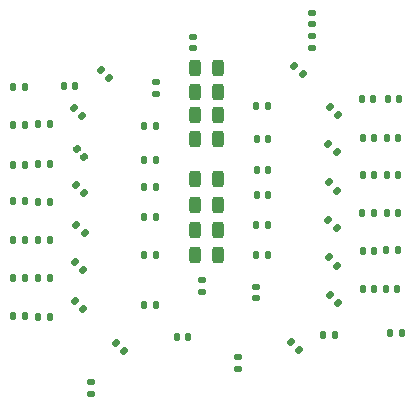
<source format=gbr>
%TF.GenerationSoftware,KiCad,Pcbnew,(6.0.1)*%
%TF.CreationDate,2022-02-22T23:19:08-05:00*%
%TF.ProjectId,sipm-linear-s14160,7369706d-2d6c-4696-9e65-61722d733134,rev?*%
%TF.SameCoordinates,Original*%
%TF.FileFunction,Paste,Bot*%
%TF.FilePolarity,Positive*%
%FSLAX46Y46*%
G04 Gerber Fmt 4.6, Leading zero omitted, Abs format (unit mm)*
G04 Created by KiCad (PCBNEW (6.0.1)) date 2022-02-22 23:19:08*
%MOMM*%
%LPD*%
G01*
G04 APERTURE LIST*
G04 Aperture macros list*
%AMRoundRect*
0 Rectangle with rounded corners*
0 $1 Rounding radius*
0 $2 $3 $4 $5 $6 $7 $8 $9 X,Y pos of 4 corners*
0 Add a 4 corners polygon primitive as box body*
4,1,4,$2,$3,$4,$5,$6,$7,$8,$9,$2,$3,0*
0 Add four circle primitives for the rounded corners*
1,1,$1+$1,$2,$3*
1,1,$1+$1,$4,$5*
1,1,$1+$1,$6,$7*
1,1,$1+$1,$8,$9*
0 Add four rect primitives between the rounded corners*
20,1,$1+$1,$2,$3,$4,$5,0*
20,1,$1+$1,$4,$5,$6,$7,0*
20,1,$1+$1,$6,$7,$8,$9,0*
20,1,$1+$1,$8,$9,$2,$3,0*%
G04 Aperture macros list end*
%ADD10RoundRect,0.147500X-0.172500X0.147500X-0.172500X-0.147500X0.172500X-0.147500X0.172500X0.147500X0*%
%ADD11RoundRect,0.147500X-0.147500X-0.172500X0.147500X-0.172500X0.147500X0.172500X-0.147500X0.172500X0*%
%ADD12RoundRect,0.147500X-0.226274X-0.017678X-0.017678X-0.226274X0.226274X0.017678X0.017678X0.226274X0*%
%ADD13RoundRect,0.147500X0.172500X-0.147500X0.172500X0.147500X-0.172500X0.147500X-0.172500X-0.147500X0*%
%ADD14RoundRect,0.147500X0.147500X0.172500X-0.147500X0.172500X-0.147500X-0.172500X0.147500X-0.172500X0*%
%ADD15RoundRect,0.147500X0.226274X0.017678X0.017678X0.226274X-0.226274X-0.017678X-0.017678X-0.226274X0*%
%ADD16RoundRect,0.243750X-0.243750X-0.456250X0.243750X-0.456250X0.243750X0.456250X-0.243750X0.456250X0*%
%ADD17RoundRect,0.147500X0.226954X-0.002111X0.037331X0.223872X-0.226954X0.002111X-0.037331X-0.223872X0*%
G04 APERTURE END LIST*
D10*
%TO.C,L13*%
X187880000Y-107945000D03*
X187880000Y-108915000D03*
%TD*%
%TO.C,R1*%
X182550000Y-86765000D03*
X182550000Y-87735000D03*
%TD*%
D11*
%TO.C,R38*%
X198952400Y-98455000D03*
X199922400Y-98455000D03*
%TD*%
%TO.C,R7*%
X199002400Y-92030000D03*
X199972400Y-92030000D03*
%TD*%
%TO.C,R81*%
X167315000Y-107200000D03*
X168285000Y-107200000D03*
%TD*%
%TO.C,R25*%
X167315000Y-97600000D03*
X168285000Y-97600000D03*
%TD*%
%TO.C,R49*%
X167315000Y-104000000D03*
X168285000Y-104000000D03*
%TD*%
D12*
%TO.C,R70*%
X191114106Y-89214106D03*
X191800000Y-89900000D03*
%TD*%
D11*
%TO.C,R94*%
X198835000Y-108150000D03*
X199805000Y-108150000D03*
%TD*%
D10*
%TO.C,L15*%
X186331001Y-113891000D03*
X186331001Y-114861000D03*
%TD*%
D11*
%TO.C,R52*%
X169415000Y-103980002D03*
X170385000Y-103980002D03*
%TD*%
%TO.C,L3*%
X187915000Y-98000000D03*
X188885000Y-98000000D03*
%TD*%
D13*
%TO.C,R59*%
X183250000Y-108335000D03*
X183250000Y-107365000D03*
%TD*%
D14*
%TO.C,R83*%
X197865000Y-104880000D03*
X196895000Y-104880000D03*
%TD*%
D15*
%TO.C,R42*%
X173300000Y-100000000D03*
X172614106Y-99314106D03*
%TD*%
D14*
%TO.C,R27*%
X197847400Y-95330000D03*
X196877400Y-95330000D03*
%TD*%
D13*
%TO.C,R15*%
X192600000Y-85685000D03*
X192600000Y-84715000D03*
%TD*%
D12*
%TO.C,R85*%
X194044453Y-105437053D03*
X194730347Y-106122947D03*
%TD*%
%TO.C,R10*%
X194144453Y-92687053D03*
X194830347Y-93372947D03*
%TD*%
D13*
%TO.C,L12*%
X179400000Y-91585000D03*
X179400000Y-90615000D03*
%TD*%
D16*
%TO.C,C1*%
X182725000Y-93400000D03*
X184600000Y-93400000D03*
%TD*%
D14*
%TO.C,L8*%
X179385000Y-102000000D03*
X178415000Y-102000000D03*
%TD*%
D16*
%TO.C,C40*%
X182725000Y-98833334D03*
X184600000Y-98833334D03*
%TD*%
D11*
%TO.C,L9*%
X187885000Y-105260000D03*
X188855000Y-105260000D03*
%TD*%
%TO.C,R6*%
X167315000Y-94200000D03*
X168285000Y-94200000D03*
%TD*%
D12*
%TO.C,R41*%
X194044453Y-99087053D03*
X194730347Y-99772947D03*
%TD*%
D17*
%TO.C,R30*%
X173311752Y-96971532D03*
X172688248Y-96228468D03*
%TD*%
D15*
%TO.C,R71*%
X175442947Y-90242947D03*
X174757053Y-89557053D03*
%TD*%
D16*
%TO.C,C14*%
X182725000Y-105233334D03*
X184600000Y-105233334D03*
%TD*%
D14*
%TO.C,L16*%
X182135000Y-112200000D03*
X181165000Y-112200000D03*
%TD*%
D11*
%TO.C,R28*%
X169415000Y-97565002D03*
X170385000Y-97565002D03*
%TD*%
%TO.C,L1*%
X187915000Y-95400000D03*
X188885000Y-95400000D03*
%TD*%
D16*
%TO.C,C41*%
X182725000Y-103100000D03*
X184600000Y-103100000D03*
%TD*%
D11*
%TO.C,L5*%
X187905000Y-100150000D03*
X188875000Y-100150000D03*
%TD*%
D15*
%TO.C,R86*%
X173242947Y-106542947D03*
X172557053Y-105857053D03*
%TD*%
%TO.C,R110*%
X176657947Y-113392947D03*
X175972053Y-112707053D03*
%TD*%
D11*
%TO.C,R93*%
X167315000Y-110400000D03*
X168285000Y-110400000D03*
%TD*%
D14*
%TO.C,L2*%
X179385000Y-94300000D03*
X178415000Y-94300000D03*
%TD*%
%TO.C,R39*%
X197847400Y-98455000D03*
X196877400Y-98455000D03*
%TD*%
D11*
%TO.C,R96*%
X169415000Y-110450000D03*
X170385000Y-110450000D03*
%TD*%
%TO.C,L7*%
X187875000Y-102710000D03*
X188845000Y-102710000D03*
%TD*%
D14*
%TO.C,R8*%
X197772400Y-92030000D03*
X196802400Y-92030000D03*
%TD*%
%TO.C,R95*%
X197845000Y-108150000D03*
X196875000Y-108150000D03*
%TD*%
D11*
%TO.C,L11*%
X187895000Y-92600000D03*
X188865000Y-92600000D03*
%TD*%
%TO.C,R69*%
X171565000Y-90890000D03*
X172535000Y-90890000D03*
%TD*%
%TO.C,R84*%
X169415000Y-107210000D03*
X170385000Y-107210000D03*
%TD*%
D14*
%TO.C,L10*%
X179385000Y-105220000D03*
X178415000Y-105220000D03*
%TD*%
D16*
%TO.C,C12*%
X182725000Y-89400000D03*
X184600000Y-89400000D03*
%TD*%
D12*
%TO.C,R29*%
X193994453Y-95837053D03*
X194680347Y-96522947D03*
%TD*%
%TO.C,R53*%
X193994453Y-102287053D03*
X194680347Y-102972947D03*
%TD*%
D16*
%TO.C,C11*%
X182725000Y-95400000D03*
X184600000Y-95400000D03*
%TD*%
D11*
%TO.C,R37*%
X167315000Y-100700000D03*
X168285000Y-100700000D03*
%TD*%
%TO.C,R9*%
X169415000Y-94165002D03*
X170385000Y-94165002D03*
%TD*%
D15*
%TO.C,R54*%
X173342947Y-103342947D03*
X172657053Y-102657053D03*
%TD*%
D14*
%TO.C,L4*%
X179385000Y-97160000D03*
X178415000Y-97160000D03*
%TD*%
D11*
%TO.C,R14*%
X167315000Y-91000000D03*
X168285000Y-91000000D03*
%TD*%
D16*
%TO.C,C10*%
X182725000Y-91400000D03*
X184600000Y-91400000D03*
%TD*%
D15*
%TO.C,R11*%
X173142947Y-93442947D03*
X172457053Y-92757053D03*
%TD*%
D16*
%TO.C,C39*%
X182725000Y-100966667D03*
X184600000Y-100966667D03*
%TD*%
D12*
%TO.C,R109*%
X190832054Y-112557053D03*
X191517948Y-113242947D03*
%TD*%
D14*
%TO.C,R107*%
X194516001Y-111976000D03*
X193546001Y-111976000D03*
%TD*%
%TO.C,L14*%
X179385000Y-109450000D03*
X178415000Y-109450000D03*
%TD*%
%TO.C,R51*%
X197842400Y-101670000D03*
X196872400Y-101670000D03*
%TD*%
D11*
%TO.C,R106*%
X199215000Y-111800000D03*
X200185000Y-111800000D03*
%TD*%
%TO.C,R82*%
X198895000Y-104820000D03*
X199865000Y-104820000D03*
%TD*%
D12*
%TO.C,R97*%
X194094453Y-108637053D03*
X194780347Y-109322947D03*
%TD*%
D11*
%TO.C,R40*%
X169415000Y-100730002D03*
X170385000Y-100730002D03*
%TD*%
D13*
%TO.C,R105*%
X173900000Y-116985000D03*
X173900000Y-116015000D03*
%TD*%
D15*
%TO.C,R98*%
X173242947Y-109842947D03*
X172557053Y-109157053D03*
%TD*%
D11*
%TO.C,R50*%
X198922400Y-101700000D03*
X199892400Y-101700000D03*
%TD*%
%TO.C,R26*%
X198952400Y-95355000D03*
X199922400Y-95355000D03*
%TD*%
D10*
%TO.C,R68*%
X192600000Y-86715000D03*
X192600000Y-87685000D03*
%TD*%
D14*
%TO.C,L6*%
X179385000Y-99500000D03*
X178415000Y-99500000D03*
%TD*%
M02*

</source>
